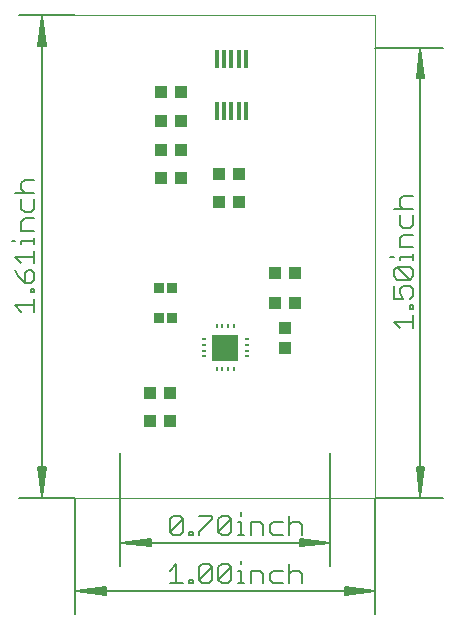
<source format=gtp>
G75*
%MOIN*%
%OFA0B0*%
%FSLAX25Y25*%
%IPPOS*%
%LPD*%
%AMOC8*
5,1,8,0,0,1.08239X$1,22.5*
%
%ADD10C,0.00000*%
%ADD11C,0.00512*%
%ADD12C,0.00600*%
%ADD13R,0.09055X0.09055*%
%ADD14R,0.01772X0.00984*%
%ADD15R,0.00984X0.01772*%
%ADD16R,0.04331X0.03937*%
%ADD17R,0.03346X0.03543*%
%ADD18R,0.03937X0.04331*%
%ADD19R,0.01575X0.06102*%
D10*
X0023795Y0040133D02*
X0123795Y0040133D01*
X0123795Y0200933D01*
X0023795Y0200933D01*
D11*
X0023795Y0040133D02*
X0023795Y0001256D01*
X0024051Y0008933D02*
X0034031Y0007909D01*
X0034031Y0007676D02*
X0024051Y0008933D01*
X0034031Y0009957D01*
X0034031Y0010190D02*
X0034031Y0007676D01*
X0034031Y0008421D02*
X0024051Y0008933D01*
X0034031Y0009445D01*
X0034031Y0010190D02*
X0024051Y0008933D01*
X0123539Y0008933D01*
X0113559Y0007909D01*
X0113559Y0007676D02*
X0123539Y0008933D01*
X0113559Y0009957D01*
X0113559Y0010190D02*
X0113559Y0007676D01*
X0113559Y0008421D02*
X0123539Y0008933D01*
X0113559Y0009445D01*
X0113559Y0010190D02*
X0123539Y0008933D01*
X0123795Y0001256D02*
X0123795Y0040133D01*
X0146472Y0040133D01*
X0138795Y0040389D02*
X0139819Y0050369D01*
X0140052Y0050369D02*
X0138795Y0040389D01*
X0137772Y0050369D01*
X0137538Y0050369D02*
X0140052Y0050369D01*
X0139307Y0050369D02*
X0138795Y0040389D01*
X0138283Y0050369D01*
X0137538Y0050369D02*
X0138795Y0040389D01*
X0138795Y0189877D01*
X0139819Y0179897D01*
X0140052Y0179897D02*
X0138795Y0189877D01*
X0137772Y0179897D01*
X0137538Y0179897D02*
X0140052Y0179897D01*
X0139307Y0179897D02*
X0138795Y0189877D01*
X0138283Y0179897D01*
X0137538Y0179897D02*
X0138795Y0189877D01*
X0146472Y0190133D02*
X0123795Y0190133D01*
X0023795Y0200933D02*
X0004918Y0200933D01*
X0012595Y0200677D02*
X0011572Y0190697D01*
X0011338Y0190697D02*
X0013852Y0190697D01*
X0012595Y0200677D01*
X0013619Y0190697D01*
X0013107Y0190697D02*
X0012595Y0200677D01*
X0012083Y0190697D01*
X0011338Y0190697D02*
X0012595Y0200677D01*
X0012595Y0040389D01*
X0013619Y0050369D01*
X0013852Y0050369D02*
X0012595Y0040389D01*
X0011572Y0050369D01*
X0011338Y0050369D02*
X0013852Y0050369D01*
X0013107Y0050369D02*
X0012595Y0040389D01*
X0012083Y0050369D01*
X0011338Y0050369D02*
X0012595Y0040389D01*
X0004918Y0040133D02*
X0023795Y0040133D01*
X0038795Y0055133D02*
X0038795Y0017456D01*
X0039051Y0025133D02*
X0049031Y0024109D01*
X0049031Y0023876D02*
X0039051Y0025133D01*
X0049031Y0026157D01*
X0049031Y0026390D02*
X0049031Y0023876D01*
X0049031Y0024621D02*
X0039051Y0025133D01*
X0049031Y0025645D01*
X0049031Y0026390D02*
X0039051Y0025133D01*
X0108539Y0025133D01*
X0098559Y0024109D01*
X0098559Y0023876D02*
X0108539Y0025133D01*
X0098559Y0026157D01*
X0098559Y0026390D02*
X0098559Y0023876D01*
X0098559Y0024621D02*
X0108539Y0025133D01*
X0098559Y0025645D01*
X0098559Y0026390D02*
X0108539Y0025133D01*
X0108795Y0017456D02*
X0108795Y0055133D01*
D12*
X0095059Y0034100D02*
X0095059Y0027695D01*
X0092884Y0027695D02*
X0089681Y0027695D01*
X0088614Y0028762D01*
X0088614Y0030898D01*
X0089681Y0031965D01*
X0092884Y0031965D01*
X0095059Y0030898D02*
X0096127Y0031965D01*
X0098262Y0031965D01*
X0099330Y0030898D01*
X0099330Y0027695D01*
X0095059Y0017900D02*
X0095059Y0011495D01*
X0092884Y0011495D02*
X0089681Y0011495D01*
X0088614Y0012562D01*
X0088614Y0014698D01*
X0089681Y0015765D01*
X0092884Y0015765D01*
X0095059Y0014698D02*
X0096127Y0015765D01*
X0098262Y0015765D01*
X0099330Y0014698D01*
X0099330Y0011495D01*
X0086439Y0011495D02*
X0086439Y0014698D01*
X0085371Y0015765D01*
X0082168Y0015765D01*
X0082168Y0011495D01*
X0080007Y0011495D02*
X0077871Y0011495D01*
X0078939Y0011495D02*
X0078939Y0015765D01*
X0077871Y0015765D01*
X0078939Y0017900D02*
X0078939Y0018968D01*
X0075696Y0016833D02*
X0071426Y0012562D01*
X0072493Y0011495D01*
X0074629Y0011495D01*
X0075696Y0012562D01*
X0075696Y0016833D01*
X0074629Y0017900D01*
X0072493Y0017900D01*
X0071426Y0016833D01*
X0071426Y0012562D01*
X0069251Y0012562D02*
X0069251Y0016833D01*
X0064980Y0012562D01*
X0066048Y0011495D01*
X0068183Y0011495D01*
X0069251Y0012562D01*
X0069251Y0016833D02*
X0068183Y0017900D01*
X0066048Y0017900D01*
X0064980Y0016833D01*
X0064980Y0012562D01*
X0062825Y0012562D02*
X0062825Y0011495D01*
X0061758Y0011495D01*
X0061758Y0012562D01*
X0062825Y0012562D01*
X0059582Y0011495D02*
X0055312Y0011495D01*
X0057447Y0011495D02*
X0057447Y0017900D01*
X0055312Y0015765D01*
X0056380Y0027695D02*
X0055312Y0028762D01*
X0059582Y0033033D01*
X0059582Y0028762D01*
X0058515Y0027695D01*
X0056380Y0027695D01*
X0055312Y0028762D02*
X0055312Y0033033D01*
X0056380Y0034100D01*
X0058515Y0034100D01*
X0059582Y0033033D01*
X0061758Y0028762D02*
X0062825Y0028762D01*
X0062825Y0027695D01*
X0061758Y0027695D01*
X0061758Y0028762D01*
X0064980Y0028762D02*
X0064980Y0027695D01*
X0064980Y0028762D02*
X0069251Y0033033D01*
X0069251Y0034100D01*
X0064980Y0034100D01*
X0071426Y0033033D02*
X0071426Y0028762D01*
X0075696Y0033033D01*
X0075696Y0028762D01*
X0074629Y0027695D01*
X0072493Y0027695D01*
X0071426Y0028762D01*
X0071426Y0033033D02*
X0072493Y0034100D01*
X0074629Y0034100D01*
X0075696Y0033033D01*
X0077871Y0031965D02*
X0078939Y0031965D01*
X0078939Y0027695D01*
X0077871Y0027695D02*
X0080007Y0027695D01*
X0082168Y0027695D02*
X0082168Y0031965D01*
X0085371Y0031965D01*
X0086439Y0030898D01*
X0086439Y0027695D01*
X0078939Y0034100D02*
X0078939Y0035168D01*
X0131963Y0096650D02*
X0129828Y0098785D01*
X0136233Y0098785D01*
X0136233Y0096650D02*
X0136233Y0100920D01*
X0136233Y0103096D02*
X0135166Y0103096D01*
X0135166Y0104163D01*
X0136233Y0104163D01*
X0136233Y0103096D01*
X0135166Y0106318D02*
X0136233Y0107386D01*
X0136233Y0109521D01*
X0135166Y0110589D01*
X0133031Y0110589D01*
X0131963Y0109521D01*
X0131963Y0108453D01*
X0133031Y0106318D01*
X0129828Y0106318D01*
X0129828Y0110589D01*
X0130895Y0112764D02*
X0129828Y0113831D01*
X0129828Y0115967D01*
X0130895Y0117034D01*
X0135166Y0112764D01*
X0136233Y0113831D01*
X0136233Y0115967D01*
X0135166Y0117034D01*
X0130895Y0117034D01*
X0131963Y0119209D02*
X0131963Y0120277D01*
X0136233Y0120277D01*
X0136233Y0121344D02*
X0136233Y0119209D01*
X0136233Y0123506D02*
X0131963Y0123506D01*
X0131963Y0126709D01*
X0133031Y0127777D01*
X0136233Y0127777D01*
X0135166Y0129952D02*
X0136233Y0131019D01*
X0136233Y0134222D01*
X0136233Y0136397D02*
X0129828Y0136397D01*
X0131963Y0137465D02*
X0131963Y0139600D01*
X0133031Y0140668D01*
X0136233Y0140668D01*
X0131963Y0137465D02*
X0133031Y0136397D01*
X0131963Y0134222D02*
X0131963Y0131019D01*
X0133031Y0129952D01*
X0135166Y0129952D01*
X0129828Y0120277D02*
X0128760Y0120277D01*
X0130895Y0112764D02*
X0135166Y0112764D01*
X0010033Y0112786D02*
X0010033Y0114921D01*
X0008966Y0115989D01*
X0007898Y0115989D01*
X0006831Y0114921D01*
X0006831Y0111718D01*
X0008966Y0111718D01*
X0010033Y0112786D01*
X0010033Y0109563D02*
X0010033Y0108496D01*
X0008966Y0108496D01*
X0008966Y0109563D01*
X0010033Y0109563D01*
X0010033Y0106320D02*
X0010033Y0102050D01*
X0010033Y0104185D02*
X0003628Y0104185D01*
X0005763Y0102050D01*
X0006831Y0111718D02*
X0004695Y0113853D01*
X0003628Y0115989D01*
X0005763Y0118164D02*
X0003628Y0120299D01*
X0010033Y0120299D01*
X0010033Y0118164D02*
X0010033Y0122434D01*
X0010033Y0124609D02*
X0010033Y0126744D01*
X0010033Y0125677D02*
X0005763Y0125677D01*
X0005763Y0124609D01*
X0003628Y0125677D02*
X0002560Y0125677D01*
X0005763Y0128906D02*
X0005763Y0132109D01*
X0006831Y0133177D01*
X0010033Y0133177D01*
X0008966Y0135352D02*
X0010033Y0136419D01*
X0010033Y0139622D01*
X0010033Y0141797D02*
X0003628Y0141797D01*
X0005763Y0142865D02*
X0005763Y0145000D01*
X0006831Y0146068D01*
X0010033Y0146068D01*
X0005763Y0142865D02*
X0006831Y0141797D01*
X0005763Y0139622D02*
X0005763Y0136419D01*
X0006831Y0135352D01*
X0008966Y0135352D01*
X0010033Y0128906D02*
X0005763Y0128906D01*
D13*
X0073795Y0090133D03*
D14*
X0066709Y0089149D03*
X0066709Y0091117D03*
X0066709Y0093086D03*
X0066709Y0087180D03*
X0080882Y0087180D03*
X0080882Y0089149D03*
X0080882Y0091117D03*
X0080882Y0093086D03*
D15*
X0076748Y0097220D03*
X0074779Y0097220D03*
X0072811Y0097220D03*
X0070842Y0097220D03*
X0070842Y0083046D03*
X0072811Y0083046D03*
X0074779Y0083046D03*
X0076748Y0083046D03*
D16*
X0090449Y0105133D03*
X0097142Y0105133D03*
X0097142Y0115133D03*
X0090449Y0115133D03*
X0078342Y0138533D03*
X0071649Y0138533D03*
X0071649Y0148133D03*
X0078342Y0148133D03*
X0059142Y0146533D03*
X0052449Y0146533D03*
X0052449Y0156133D03*
X0052449Y0165733D03*
X0059142Y0165733D03*
X0059142Y0156133D03*
X0059142Y0175333D03*
X0052449Y0175333D03*
X0055267Y0075133D03*
X0048574Y0075133D03*
X0048574Y0065758D03*
X0055267Y0065758D03*
D17*
X0056079Y0100133D03*
X0051512Y0100133D03*
X0051512Y0110133D03*
X0056079Y0110133D03*
D18*
X0093795Y0096605D03*
X0093795Y0089912D03*
D19*
X0080520Y0169072D03*
X0078157Y0169072D03*
X0075795Y0169072D03*
X0073433Y0169072D03*
X0071071Y0169072D03*
X0071071Y0186394D03*
X0073433Y0186394D03*
X0075795Y0186394D03*
X0078157Y0186394D03*
X0080520Y0186394D03*
M02*

</source>
